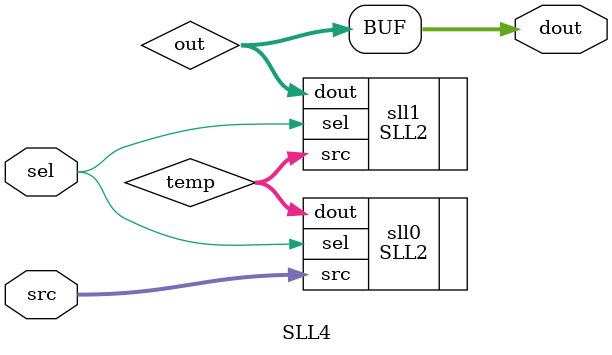
<source format=v>
module SLL4( sel, src, dout ) ;

 input sel ;
 input[31:0] src ;
 output[31:0] dout ;
 
 wire[31:0] temp, out ;
 
 SLL2 sll0( .sel(sel), .src(src),  .dout(temp) ) ;
 SLL2 sll1( .sel(sel), .src(temp),  .dout(out) ) ;

 assign dout = out ;
 
endmodule
</source>
